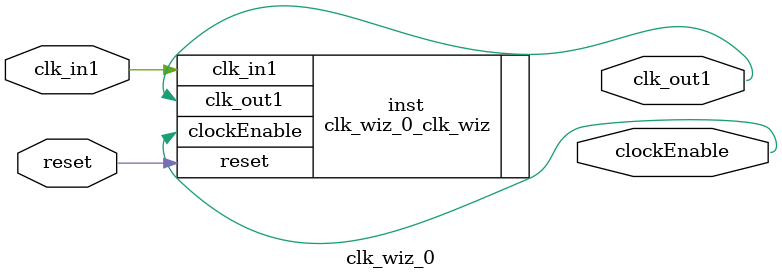
<source format=v>


`timescale 1ps/1ps

(* CORE_GENERATION_INFO = "clk_wiz_0,clk_wiz_v6_0_4_0_0,{component_name=clk_wiz_0,use_phase_alignment=true,use_min_o_jitter=false,use_max_i_jitter=false,use_dyn_phase_shift=false,use_inclk_switchover=false,use_dyn_reconfig=false,enable_axi=0,feedback_source=FDBK_AUTO,PRIMITIVE=MMCM,num_out_clk=1,clkin1_period=10.000,clkin2_period=10.000,use_power_down=false,use_reset=true,use_locked=true,use_inclk_stopped=false,feedback_type=SINGLE,CLOCK_MGR_TYPE=NA,manual_override=false}" *)

module clk_wiz_0 
 (
  // Clock out ports
  output        clk_out1,
  // Status and control signals
  input         reset,
  output        clockEnable,
 // Clock in ports
  input         clk_in1
 );

  clk_wiz_0_clk_wiz inst
  (
  // Clock out ports  
  .clk_out1(clk_out1),
  // Status and control signals               
  .reset(reset), 
  .clockEnable(clockEnable),
 // Clock in ports
  .clk_in1(clk_in1)
  );

endmodule

</source>
